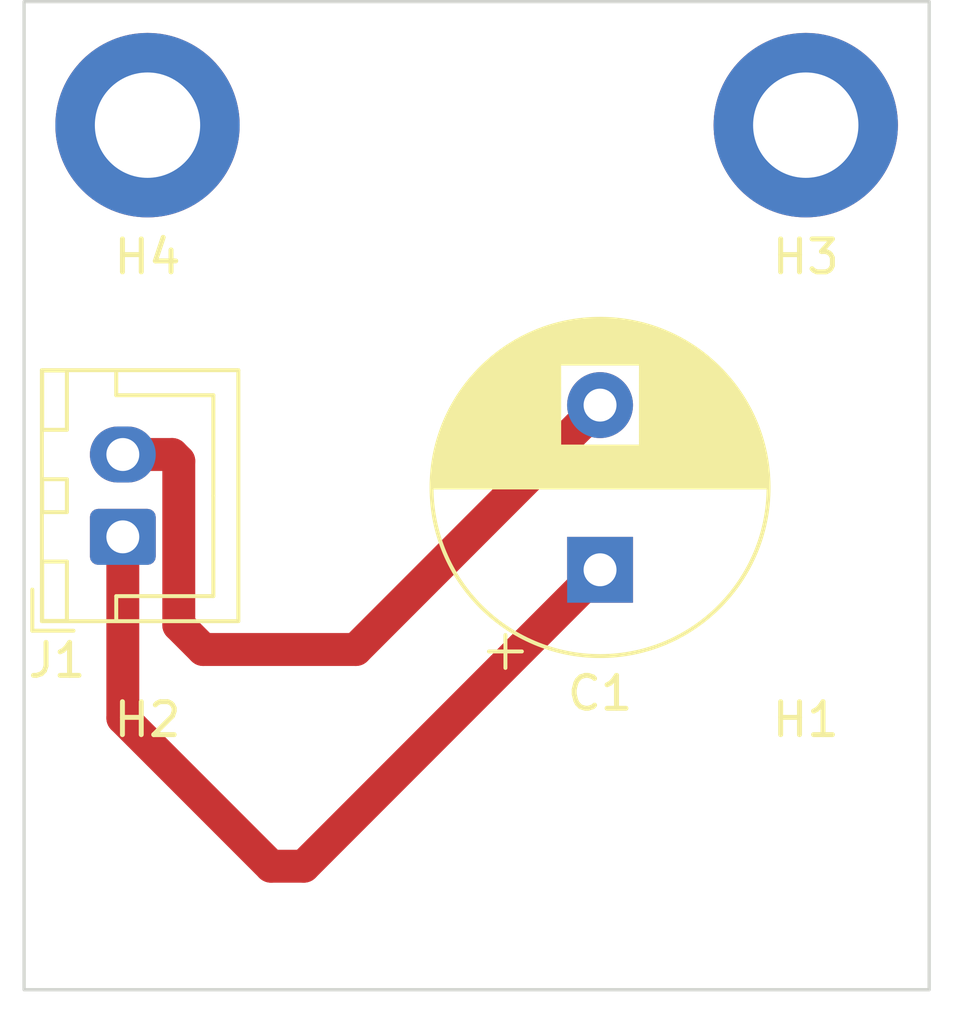
<source format=kicad_pcb>
(kicad_pcb (version 20210722) (generator pcbnew)
  (layers (0 "F.Cu" signal) (31 "B.Cu" signal) (34 "B.Paste" user) (35 "F.Paste" user) (36 "B.SilkS" user "B.Silkscreen") (37 "F.SilkS" user "F.Silkscreen") (38 "B.Mask" user) (39 "F.Mask" user) (44 "Edge.Cuts" user))
  (net 0 "")
  (net 1 "Net-(C1-Pad2)")
  (net 2 "Net-(C1-Pad1)")
  (footprint "MountingHole:MountingHole_3.2mm_M3_DIN965_Pad" (layer "F.Cu") (at 186.25 88.75)
    (fp_text reference "H3" (at 0 4) (layer "F.SilkS"))
    (fp_text value "PTH-3mm")
    (pad "1" thru_hole circle locked (at 0 0) (size 5.6 5.6) (drill 3.2) (layers *.Cu *.Mask))
  )
  (footprint "MountingHole:MountingHole_3.2mm_M3_DIN965_Pad" (layer "F.Cu") (at 166.25 88.75)
    (fp_text reference "H4" (at 0 4) (layer "F.SilkS"))
    (fp_text value "PTH-3mm")
    (pad "1" thru_hole circle locked (at 0 0) (size 5.6 5.6) (drill 3.2) (layers *.Cu *.Mask))
  )
  (footprint "MountingHole:MountingHole_3.2mm_M3" (layer "F.Cu") (at 166.25 111)
    (fp_text reference "H2" (at 0 -4.2) (layer "F.SilkS"))
    (fp_text value "NPTH-3mm")
    (pad "1" np_thru_hole circle locked (at 0 0) (size 3.2 3.2) (drill 3.2) (layers *.Cu *.Mask))
  )
  (footprint "MountingHole:MountingHole_3.2mm_M3" (layer "F.Cu") (at 186.25 111)
    (fp_text reference "H1" (at 0 -4.2) (layer "F.SilkS"))
    (fp_text value "NPTH-3mm")
    (pad "1" np_thru_hole circle locked (at 0 0) (size 3.2 3.2) (drill 3.2) (layers *.Cu *.Mask))
  )
  (footprint "Connector_JST:JST_XH_B2B-XH-A_1x02_P2.50mm_Vertical" (layer "F.Cu") (at 165.5 101.25 90)
    (fp_text reference "J1" (at -3.75 -2 180) (layer "F.SilkS"))
    (fp_text value "XH-2A")
    (fp_line (start 1.75 -1.7) (end 1.75 -2.45) (layer "F.SilkS") (width 0.12))
    (fp_line (start 3.25 -2.45) (end 3.25 -1.7) (layer "F.SilkS") (width 0.12))
    (fp_line (start -0.75 -1.7) (end -0.75 -2.45) (layer "F.SilkS") (width 0.12))
    (fp_line (start -0.75 -2.45) (end -2.55 -2.45) (layer "F.SilkS") (width 0.12))
    (fp_line (start 5.06 3.51) (end 5.06 -2.46) (layer "F.SilkS") (width 0.12))
    (fp_line (start 4.3 2.75) (end 1.25 2.75) (layer "F.SilkS") (width 0.12))
    (fp_line (start 1.75 -2.45) (end 0.75 -2.45) (layer "F.SilkS") (width 0.12))
    (fp_line (start -1.8 2.75) (end 1.25 2.75) (layer "F.SilkS") (width 0.12))
    (fp_line (start -2.85 -2.75) (end -2.85 -1.5) (layer "F.SilkS") (width 0.12))
    (fp_line (start -2.56 3.51) (end 5.06 3.51) (layer "F.SilkS") (width 0.12))
    (fp_line (start 5.05 -0.2) (end 4.3 -0.2) (layer "F.SilkS") (width 0.12))
    (fp_line (start 5.05 -1.7) (end 5.05 -2.45) (layer "F.SilkS") (width 0.12))
    (fp_line (start 0.75 -2.45) (end 0.75 -1.7) (layer "F.SilkS") (width 0.12))
    (fp_line (start -2.55 -0.2) (end -1.8 -0.2) (layer "F.SilkS") (width 0.12))
    (fp_line (start -1.6 -2.75) (end -2.85 -2.75) (layer "F.SilkS") (width 0.12))
    (fp_line (start 4.3 -0.2) (end 4.3 2.75) (layer "F.SilkS") (width 0.12))
    (fp_line (start -2.56 -2.46) (end -2.56 3.51) (layer "F.SilkS") (width 0.12))
    (fp_line (start 3.25 -1.7) (end 5.05 -1.7) (layer "F.SilkS") (width 0.12))
    (fp_line (start 5.05 -2.45) (end 3.25 -2.45) (layer "F.SilkS") (width 0.12))
    (fp_line (start 5.06 -2.46) (end -2.56 -2.46) (layer "F.SilkS") (width 0.12))
    (fp_line (start 0.75 -1.7) (end 1.75 -1.7) (layer "F.SilkS") (width 0.12))
    (fp_line (start -2.55 -2.45) (end -2.55 -1.7) (layer "F.SilkS") (width 0.12))
    (fp_line (start -2.55 -1.7) (end -0.75 -1.7) (layer "F.SilkS") (width 0.12))
    (fp_line (start -1.8 -0.2) (end -1.8 2.75) (layer "F.SilkS") (width 0.12))
    (pad "1" thru_hole roundrect locked (at 0 0 90) (size 1.7 2) (drill 1) (layers *.Cu *.Mask) (roundrect_rratio 0.147059) (net 2 "Net-(C1-Pad1)"))
    (pad "2" thru_hole oval locked (at 2.5 0 90) (size 1.7 2) (drill 1) (layers *.Cu *.Mask) (net 1 "Net-(C1-Pad2)"))
  )
  (footprint "Capacitor_THT:CP_Radial_D10.0mm_P5.00mm" (layer "F.Cu") (at 180 102.25 90)
    (fp_text reference "C1" (at -3.75 0 180) (layer "F.SilkS"))
    (fp_text value "1m25vPY_5x10x16")
    (fp_line (start 7.501 -1.062) (end 7.501 1.062) (layer "F.SilkS") (width 0.12))
    (fp_line (start 4.181 -4.797) (end 4.181 -1.241) (layer "F.SilkS") (width 0.12))
    (fp_line (start 5.501 1.241) (end 5.501 4.11) (layer "F.SilkS") (width 0.12))
    (fp_line (start 5.861 1.241) (end 5.861 3.824) (layer "F.SilkS") (width 0.12))
    (fp_line (start 4.101 -4.824) (end 4.101 -1.241) (layer "F.SilkS") (width 0.12))
    (fp_line (start 6.141 1.241) (end 6.141 3.561) (layer "F.SilkS") (width 0.12))
    (fp_line (start 3.341 -5.011) (end 3.341 5.011) (layer "F.SilkS") (width 0.12))
    (fp_line (start 4.981 -4.44) (end 4.981 -1.241) (layer "F.SilkS") (width 0.12))
    (fp_line (start 6.461 -3.206) (end 6.461 3.206) (layer "F.SilkS") (width 0.12))
    (fp_line (start 4.501 1.241) (end 4.501 4.674) (layer "F.SilkS") (width 0.12))
    (fp_line (start 4.301 -4.754) (end 4.301 -1.241) (layer "F.SilkS") (width 0.12))
    (fp_line (start 6.341 -3.347) (end 6.341 3.347) (layer "F.SilkS") (width 0.12))
    (fp_line (start 7.461 -1.23) (end 7.461 1.23) (layer "F.SilkS") (width 0.12))
    (fp_line (start 6.181 1.241) (end 6.181 3.52) (layer "F.SilkS") (width 0.12))
    (fp_line (start 4.821 1.241) (end 4.821 4.525) (layer "F.SilkS") (width 0.12))
    (fp_line (start 6.261 -3.436) (end 6.261 3.436) (layer "F.SilkS") (width 0.12))
    (fp_line (start 4.221 1.241) (end 4.221 4.783) (layer "F.SilkS") (width 0.12))
    (fp_line (start 5.341 -4.221) (end 5.341 -1.241) (layer "F.SilkS") (width 0.12))
    (fp_line (start 3.06 -5.05) (end 3.06 5.05) (layer "F.SilkS") (width 0.12))
    (fp_line (start 3.501 -4.982) (end 3.501 4.982) (layer "F.SilkS") (width 0.12))
    (fp_line (start 2.78 -5.073) (end 2.78 5.073) (layer "F.SilkS") (width 0.12))
    (fp_line (start 6.421 -3.254) (end 6.421 3.254) (layer "F.SilkS") (width 0.12))
    (fp_line (start 7.261 -1.846) (end 7.261 1.846) (layer "F.SilkS") (width 0.12))
    (fp_line (start 6.781 -2.77) (end 6.781 2.77) (layer "F.SilkS") (width 0.12))
    (fp_line (start 5.581 -4.05) (end 5.581 -1.241) (layer "F.SilkS") (width 0.12))
    (fp_line (start 4.901 1.241) (end 4.901 4.483) (layer "F.SilkS") (width 0.12))
    (fp_line (start 5.221 -4.298) (end 5.221 -1.241) (layer "F.SilkS") (width 0.12))
    (fp_line (start 5.181 -4.323) (end 5.181 -1.241) (layer "F.SilkS") (width 0.12))
    (fp_line (start 3.821 1.241) (end 3.821 4.907) (layer "F.SilkS") (width 0.12))
    (fp_line (start 3.861 -4.897) (end 3.861 -1.241) (layer "F.SilkS") (width 0.12))
    (fp_line (start 5.261 -4.273) (end 5.261 -1.241) (layer "F.SilkS") (width 0.12))
    (fp_line (start 6.061 1.241) (end 6.061 3.64) (layer "F.SilkS") (width 0.12))
    (fp_line (start 4.901 -4.483) (end 4.901 -1.241) (layer "F.SilkS") (width 0.12))
    (fp_line (start 3.541 -4.974) (end 3.541 4.974) (layer "F.SilkS") (width 0.12))
    (fp_line (start 3.02 -5.054) (end 3.02 5.054) (layer "F.SilkS") (width 0.12))
    (fp_line (start 7.301 -1.742) (end 7.301 1.742) (layer "F.SilkS") (width 0.12))
    (fp_line (start 6.541 -3.106) (end 6.541 3.106) (layer "F.SilkS") (width 0.12))
    (fp_line (start 3.301 -5.018) (end 3.301 5.018) (layer "F.SilkS") (width 0.12))
    (fp_line (start 4.581 -4.639) (end 4.581 -1.241) (layer "F.SilkS") (width 0.12))
    (fp_line (start 5.701 1.241) (end 5.701 3.957) (layer "F.SilkS") (width 0.12))
    (fp_line (start 3.221 -5.03) (end 3.221 5.03) (layer "F.SilkS") (width 0.12))
    (fp_line (start 4.141 -4.811) (end 4.141 -1.241) (layer "F.SilkS") (width 0.12))
    (fp_line (start 5.701 -3.957) (end 5.701 -1.241) (layer "F.SilkS") (width 0.12))
    (fp_line (start 5.901 -3.789) (end 5.901 -1.241) (layer "F.SilkS") (width 0.12))
    (fp_line (start 5.821 1.241) (end 5.821 3.858) (layer "F.SilkS") (width 0.12))
    (fp_line (start 3.701 -4.938) (end 3.701 4.938) (layer "F.SilkS") (width 0.12))
    (fp_line (start 2.66 -5.078) (end 2.66 5.078) (layer "F.SilkS") (width 0.12))
    (fp_line (start 5.101 -4.371) (end 5.101 -1.241) (layer "F.SilkS") (width 0.12))
    (fp_line (start 3.18 -5.035) (end 3.18 5.035) (layer "F.SilkS") (width 0.12))
    (fp_line (start 5.381 1.241) (end 5.381 4.194) (layer "F.SilkS") (width 0.12))
    (fp_line (start 5.741 1.241) (end 5.741 3.925) (layer "F.SilkS") (width 0.12))
    (fp_line (start 6.621 -3) (end 6.621 3) (layer "F.SilkS") (width 0.12))
    (fp_line (start 5.141 1.241) (end 5.141 4.347) (layer "F.SilkS") (width 0.12))
    (fp_line (start 2.9 -5.065) (end 2.9 5.065) (layer "F.SilkS") (width 0.12))
    (fp_line (start 6.381 -3.301) (end 6.381 3.301) (layer "F.SilkS") (width 0.12))
    (fp_line (start 5.061 1.241) (end 5.061 4.395) (layer "F.SilkS") (width 0.12))
    (fp_line (start 3.741 -4.928) (end 3.741 4.928) (layer "F.SilkS") (width 0.12))
    (fp_line (start 4.421 -4.707) (end 4.421 -1.241) (layer "F.SilkS") (width 0.12))
    (fp_line (start 5.101 1.241) (end 5.101 4.371) (layer "F.SilkS") (width 0.12))
    (fp_line (start 3.421 -4.997) (end 3.421 4.997) (layer "F.SilkS") (width 0.12))
    (fp_line (start 4.941 -4.462) (end 4.941 -1.241) (layer "F.SilkS") (width 0.12))
    (fp_line (start 6.221 1.241) (end 6.221 3.478) (layer "F.SilkS") (width 0.12))
    (fp_line (start 5.661 -3.989) (end 5.661 -1.241) (layer "F.SilkS") (width 0.12))
    (fp_line (start 4.541 1.241) (end 4.541 4.657) (layer "F.SilkS") (width 0.12))
    (fp_line (start 4.661 -4.603) (end 4.661 -1.241) (layer "F.SilkS") (width 0.12))
    (fp_line (start 7.421 -1.378) (end 7.421 1.378) (layer "F.SilkS") (width 0.12))
    (fp_line (start 6.101 1.241) (end 6.101 3.601) (layer "F.SilkS") (width 0.12))
    (fp_line (start 6.941 -2.51) (end 6.941 2.51) (layer "F.SilkS") (width 0.12))
    (fp_line (start 4.341 -4.738) (end 4.341 -1.241) (layer "F.SilkS") (width 0.12))
    (fp_line (start 4.621 -4.621) (end 4.621 -1.241) (layer "F.SilkS") (width 0.12))
    (fp_line (start 2.7 -5.077) (end 2.7 5.077) (layer "F.SilkS") (width 0.12))
    (fp_line (start 6.221 -3.478) (end 6.221 -1.241) (layer "F.SilkS") (width 0.12))
    (fp_line (start 6.181 -3.52) (end 6.181 -1.241) (layer "F.SilkS") (width 0.12))
    (fp_line (start 4.781 -4.545) (end 4.781 -1.241) (layer "F.SilkS") (width 0.12))
    (fp_line (start 5.941 -3.753) (end 5.941 -1.241) (layer "F.SilkS") (width 0.12))
    (fp_line (start 3.861 1.241) (end 3.861 4.897) (layer "F.SilkS") (width 0.12))
    (fp_line (start 4.861 -4.504) (end 4.861 -1.241) (layer "F.SilkS") (width 0.12))
    (fp_line (start 4.941 1.241) (end 4.941 4.462) (layer "F.SilkS") (width 0.12))
    (fp_line (start 5.821 -3.858) (end 5.821 -1.241) (layer "F.SilkS") (width 0.12))
    (fp_line (start 6.581 -3.054) (end 6.581 3.054) (layer "F.SilkS") (width 0.12))
    (fp_line (start 6.981 -2.439) (end 6.981 2.439) (layer "F.SilkS") (width 0.12))
    (fp_line (start 7.541 -0.862) (end 7.541 0.862) (layer "F.SilkS") (width 0.12))
    (fp_line (start 5.781 1.241) (end 5.781 3.892) (layer "F.SilkS") (width 0.12))
    (fp_line (start 4.021 1.241) (end 4.021 4.85) (layer "F.SilkS") (width 0.12))
    (fp_line (start 5.021 -4.417) (end 5.021 -1.241) (layer "F.SilkS") (width 0.12))
    (fp_line (start 5.341 1.241) (end 5.341 4.221) (layer "F.SilkS") (width 0.12))
    (fp_line (start 4.821 -4.525) (end 4.821 -1.241) (layer "F.SilkS") (width 0.12))
    (fp_line (start 4.381 1.241) (end 4.381 4.723) (layer "F.SilkS") (width 0.12))
    (fp_line (start 5.421 -4.166) (end 5.421 -1.241) (layer "F.SilkS") (width 0.12))
    (fp_line (start 7.141 -2.125) (end 7.141 2.125) (layer "F.SilkS") (width 0.12))
    (fp_line (start 4.301 1.241) (end 4.301 4.754) (layer "F.SilkS") (width 0.12))
    (fp_line (start 6.021 1.241) (end 6.021 3.679) (layer "F.SilkS") (width 0.12))
    (fp_line (start 4.501 -4.674) (end 4.501 -1.241) (layer "F.SilkS") (width 0.12))
    (fp_line (start 2.98 -5.058) (end 2.98 5.058) (layer "F.SilkS") (width 0.12))
    (fp_line (start 4.741 -4.564) (end 4.741 -1.241) (layer "F.SilkS") (width 0.12))
    (fp_line (start 3.1 -5.045) (end 3.1 5.045) (layer "F.SilkS") (width 0.12))
    (fp_line (start 7.341 -1.63) (end 7.341 1.63) (layer "F.SilkS") (width 0.12))
    (fp_line (start 3.981 1.241) (end 3.981 4.862) (layer "F.SilkS") (width 0.12))
    (fp_line (start 4.101 1.241) (end 4.101 4.824) (layer "F.SilkS") (width 0.12))
    (fp_line (start 6.661 -2.945) (end 6.661 2.945) (layer "F.SilkS") (width 0.12))
    (fp_line (start 3.661 -4.947) (end 3.661 4.947) (layer "F.SilkS") (width 0.12))
    (fp_line (start 4.221 -4.783) (end 4.221 -1.241) (layer "F.SilkS") (width 0.12))
    (fp_line (start 2.58 -5.08) (end 2.58 5.08) (layer "F.SilkS") (width 0.12))
    (fp_line (start 4.661 1.241) (end 4.661 4.603) (layer "F.SilkS") (width 0.12))
    (fp_line (start 2.86 -5.068) (end 2.86 5.068) (layer "F.SilkS") (width 0.12))
    (fp_line (start -2.479646 -3.375) (end -2.479646 -2.375) (layer "F.SilkS") (width 0.12))
    (fp_line (start 3.261 -5.024) (end 3.261 5.024) (layer "F.SilkS") (width 0.12))
    (fp_line (start 4.181 1.241) (end 4.181 4.797) (layer "F.SilkS") (width 0.12))
    (fp_line (start -2.979646 -2.875) (end -1.979646 -2.875) (layer "F.SilkS") (width 0.12))
    (fp_line (start 5.461 1.241) (end 5.461 4.138) (layer "F.SilkS") (width 0.12))
    (fp_line (start 3.901 -4.885) (end 3.901 -1.241) (layer "F.SilkS") (width 0.12))
    (fp_line (start 7.061 -2.289) (end 7.061 2.289) (layer "F.SilkS") (width 0.12))
    (fp_line (start 4.061 1.241) (end 4.061 4.837) (layer "F.SilkS") (width 0.12))
    (fp_line (start 3.901 1.241) (end 3.901 4.885) (layer "F.SilkS") (width 0.12))
    (fp_line (start 7.581 -0.599) (end 7.581 0.599) (layer "F.SilkS") (width 0.12))
    (fp_line (start 4.261 1.241) (end 4.261 4.768) (layer "F.SilkS") (width 0.12))
    (fp_line (start 7.221 -1.944) (end 7.221 1.944) (layer "F.SilkS") (width 0.12))
    (fp_line (start 3.14 -5.04) (end 3.14 5.04) (layer "F.SilkS") (width 0.12))
    (fp_line (start 5.621 -4.02) (end 5.621 -1.241) (layer "F.SilkS") (width 0.12))
    (fp_line (start 4.061 -4.837) (end 4.061 -1.241) (layer "F.SilkS") (width 0.12))
    (fp_line (start 2.82 -5.07) (end 2.82 5.07) (layer "F.SilkS") (width 0.12))
    (fp_line (start 5.901 1.241) (end 5.901 3.789) (layer "F.SilkS") (width 0.12))
    (fp_line (start 7.381 -1.51) (end 7.381 1.51) (layer "F.SilkS") (width 0.12))
    (fp_line (start 3.581 -4.965) (end 3.581 4.965) (layer "F.SilkS") (width 0.12))
    (fp_line (start 4.421 1.241) (end 4.421 4.707) (layer "F.SilkS") (width 0.12))
    (fp_line (start 4.621 1.241) (end 4.621 4.621) (layer "F.SilkS") (width 0.12))
    (fp_line (start 6.701 -2.889) (end 6.701 2.889) (layer "F.SilkS") (width 0.12))
    (fp_line (start 5.301 -4.247) (end 5.301 -1.241) (layer "F.SilkS") (width 0.12))
    (fp_line (start 6.861 -2.645) (end 6.861 2.645) (layer "F.SilkS") (width 0.12))
    (fp_line (start 6.901 -2.579) (end 6.901 2.579) (layer "F.SilkS") (width 0.12))
    (fp_line (start 4.261 -4.768) (end 4.261 -1.241) (layer "F.SilkS") (width 0.12))
    (fp_line (start 4.021 -4.85) (end 4.021 -1.241) (layer "F.SilkS") (width 0.12))
    (fp_line (start 4.981 1.241) (end 4.981 4.44) (layer "F.SilkS") (width 0.12))
    (fp_line (start 5.861 -3.824) (end 5.861 -1.241) (layer "F.SilkS") (width 0.12))
    (fp_line (start 2.5 -5.08) (end 2.5 5.08) (layer "F.SilkS") (width 0.12))
    (fp_line (start 5.381 -4.194) (end 5.381 -1.241) (layer "F.SilkS") (width 0.12))
    (fp_line (start 5.461 -4.138) (end 5.461 -1.241) (layer "F.SilkS") (width 0.12))
    (fp_line (start 5.261 1.241) (end 5.261 4.273) (layer "F.SilkS") (width 0.12))
    (fp_line (start 3.941 -4.874) (end 3.941 -1.241) (layer "F.SilkS") (width 0.12))
    (fp_line (start 3.621 -4.956) (end 3.621 4.956) (layer "F.SilkS") (width 0.12))
    (fp_line (start 6.101 -3.601) (end 6.101 -1.241) (layer "F.SilkS") (width 0.12))
    (fp_line (start 4.781 1.241) (end 4.781 4.545) (layer "F.SilkS") (width 0.12))
    (fp_line (start 5.541 -4.08) (end 5.541 -1.241) (layer "F.SilkS") (width 0.12))
    (fp_line (start 5.981 1.241) (end 5.981 3.716) (layer "F.SilkS") (width 0.12))
    (fp_line (start 4.581 1.241) (end 4.581 4.639) (layer "F.SilkS") (width 0.12))
    (fp_line (start 5.981 -3.716) (end 5.981 -1.241) (layer "F.SilkS") (width 0.12))
    (fp_line (start 5.301 1.241) (end 5.301 4.247) (layer "F.SilkS") (width 0.12))
    (fp_line (start 5.421 1.241) (end 5.421 4.166) (layer "F.SilkS") (width 0.12))
    (fp_line (start 7.021 -2.365) (end 7.021 2.365) (layer "F.SilkS") (width 0.12))
    (fp_line (start 5.661 1.241) (end 5.661 3.989) (layer "F.SilkS") (width 0.12))
    (fp_line (start 3.821 -4.907) (end 3.821 -1.241) (layer "F.SilkS") (width 0.12))
    (fp_line (start 4.381 -4.723) (end 4.381 -1.241) (layer "F.SilkS") (width 0.12))
    (fp_line (start 3.941 1.241) (end 3.941 4.874) (layer "F.SilkS") (width 0.12))
    (fp_line (start 5.781 -3.892) (end 5.781 -1.241) (layer "F.SilkS") (width 0.12))
    (fp_line (start 4.541 -4.657) (end 4.541 -1.241) (layer "F.SilkS") (width 0.12))
    (fp_line (start 5.541 1.241) (end 5.541 4.08) (layer "F.SilkS") (width 0.12))
    (fp_line (start 5.621 1.241) (end 5.621 4.02) (layer "F.SilkS") (width 0.12))
    (fp_line (start 3.981 -4.862) (end 3.981 -1.241) (layer "F.SilkS") (width 0.12))
    (fp_line (start 6.821 -2.709) (end 6.821 2.709) (layer "F.SilkS") (width 0.12))
    (fp_line (start 5.941 1.241) (end 5.941 3.753) (layer "F.SilkS") (width 0.12))
    (fp_line (start 5.741 -3.925) (end 5.741 -1.241) (layer "F.SilkS") (width 0.12))
    (fp_line (start 2.94 -5.062) (end 2.94 5.062) (layer "F.SilkS") (width 0.12))
    (fp_line (start 7.101 -2.209) (end 7.101 2.209) (layer "F.SilkS") (width 0.12))
    (fp_line (start 6.301 -3.392) (end 6.301 3.392) (layer "F.SilkS") (width 0.12))
    (fp_line (start 5.221 1.241) (end 5.221 4.298) (layer "F.SilkS") (width 0.12))
    (fp_line (start 3.781 -4.918) (end 3.781 -1.241) (layer "F.SilkS") (width 0.12))
    (fp_line (start 4.141 1.241) (end 4.141 4.811) (layer "F.SilkS") (width 0.12))
    (fp_line (start 4.701 -4.584) (end 4.701 -1.241) (layer "F.SilkS") (width 0.12))
    (fp_line (start 4.861 1.241) (end 4.861 4.504) (layer "F.SilkS") (width 0.12))
    (fp_line (start 4.461 -4.69) (end 4.461 -1.241) (layer "F.SilkS") (width 0.12))
    (fp_line (start 5.141 -4.347) (end 5.141 -1.241) (layer "F.SilkS") (width 0.12))
    (fp_line (start 6.061 -3.64) (end 6.061 -1.241) (layer "F.SilkS") (width 0.12))
    (fp_line (start 2.62 -5.079) (end 2.62 5.079) (layer "F.SilkS") (width 0.12))
    (fp_line (start 5.021 1.241) (end 5.021 4.417) (layer "F.SilkS") (width 0.12))
    (fp_line (start 2.74 -5.075) (end 2.74 5.075) (layer "F.SilkS") (width 0.12))
    (fp_line (start 4.701 1.241) (end 4.701 4.584) (layer "F.SilkS") (width 0.12))
    (fp_line (start 6.021 -3.679) (end 6.021 -1.241) (layer "F.SilkS") (width 0.12))
    (fp_line (start 4.461 1.241) (end 4.461 4.69) (layer "F.SilkS") (width 0.12))
    (fp_line (start 3.381 -5.004) (end 3.381 5.004) (layer "F.SilkS") (width 0.12))
    (fp_line (start 5.061 -4.395) (end 5.061 -1.241) (layer "F.SilkS") (width 0.12))
    (fp_line (start 6.741 -2.83) (end 6.741 2.83) (layer "F.SilkS") (width 0.12))
    (fp_line (start 4.341 1.241) (end 4.341 4.738) (layer "F.SilkS") (width 0.12))
    (fp_line (start 5.581 1.241) (end 5.581 4.05) (layer "F.SilkS") (width 0.12))
    (fp_line (start 4.741 1.241) (end 4.741 4.564) (layer "F.SilkS") (width 0.12))
    (fp_line (start 2.54 -5.08) (end 2.54 5.08) (layer "F.SilkS") (width 0.12))
    (fp_line (start 3.781 1.241) (end 3.781 4.918) (layer "F.SilkS") (width 0.12))
    (fp_line (start 6.141 -3.561) (end 6.141 -1.241) (layer "F.SilkS") (width 0.12))
    (fp_line (start 3.461 -4.99) (end 3.461 4.99) (layer "F.SilkS") (width 0.12))
    (fp_line (start 7.181 -2.037) (end 7.181 2.037) (layer "F.SilkS") (width 0.12))
    (fp_line (start 5.181 1.241) (end 5.181 4.323) (layer "F.SilkS") (width 0.12))
    (fp_line (start 5.501 -4.11) (end 5.501 -1.241) (layer "F.SilkS") (width 0.12))
    (fp_line (start 6.501 -3.156) (end 6.501 3.156) (layer "F.SilkS") (width 0.12))
    (fp_circle (center 2.5 0) (end 7.62 0) (layer "F.SilkS") (width 0.12) (fill none))
    (pad "1" thru_hole rect locked (at 0 0 90) (size 2 2) (drill 1) (layers *.Cu *.Mask) (net 2 "Net-(C1-Pad1)"))
    (pad "2" thru_hole circle locked (at 5 0 90) (size 2 2) (drill 1) (layers *.Cu *.Mask) (net 1 "Net-(C1-Pad2)"))
  )
  (gr_rect (start 162.5 85) (end 190 115) (layer "Edge.Cuts") (width 0.1) (fill none))
  (segment (start 167 98.75) (end 167.20001 98.95001) (width 1) (layer "F.Cu") (net 1))
  (segment (start 165.5 98.75) (end 167 98.75) (width 1) (layer "F.Cu") (net 1))
  (segment (start 167.20001 98.95001) (end 167.20001 103.93001) (width 1) (layer "F.Cu") (net 1))
  (segment (start 167.94 104.67) (end 172.58 104.67) (width 1) (layer "F.Cu") (net 1))
  (segment (start 172.58 104.67) (end 180 97.25) (width 1) (layer "F.Cu") (net 1))
  (segment (start 167.20001 103.93001) (end 167.94 104.67) (width 1) (layer "F.Cu") (net 1))
  (segment (start 165.5 101.25) (end 165.5 106.75) (width 1) (layer "F.Cu") (net 2))
  (segment (start 165.5 106.75) (end 170 111.25) (width 1) (layer "F.Cu") (net 2))
  (segment (start 170 111.25) (end 171 111.25) (width 1) (layer "F.Cu") (net 2))
  (segment (start 171 111.25) (end 180 102.25) (width 1) (layer "F.Cu") (net 2))
)
</source>
